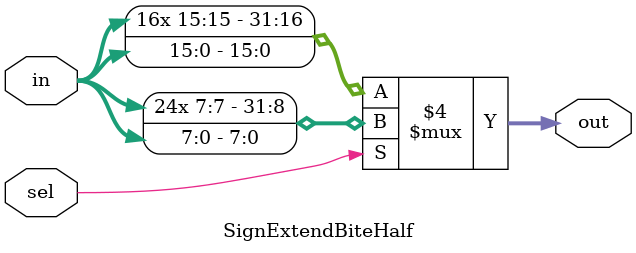
<source format=v>
`timescale 1ns / 1ps


module SignExtendBiteHalf(in, out, sel);
    input [31:0] in;
    input sel;
    
    output reg [31:0] out;
    
    always@(*) begin
        // if sel is 1, sign extend byte
        if (sel == 1)
            out = {{24{in[7]}}, in[7:0]};
        else // otherwise, sign extend half
            out <= { {16{in[15]}}, in[15:0]}; 
    end
endmodule

</source>
